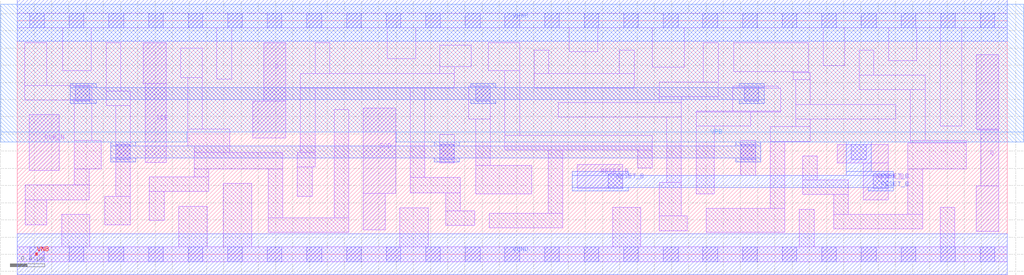
<source format=lef>
# Copyright 2020 The SkyWater PDK Authors
#
# Licensed under the Apache License, Version 2.0 (the "License");
# you may not use this file except in compliance with the License.
# You may obtain a copy of the License at
#
#     https://www.apache.org/licenses/LICENSE-2.0
#
# Unless required by applicable law or agreed to in writing, software
# distributed under the License is distributed on an "AS IS" BASIS,
# WITHOUT WARRANTIES OR CONDITIONS OF ANY KIND, either express or implied.
# See the License for the specific language governing permissions and
# limitations under the License.
#
# SPDX-License-Identifier: Apache-2.0

VERSION 5.7 ;
  NOWIREEXTENSIONATPIN ON ;
  DIVIDERCHAR "/" ;
  BUSBITCHARS "[]" ;
MACRO sky130_fd_sc_hd__sdfrtn_1
  CLASS CORE ;
  FOREIGN sky130_fd_sc_hd__sdfrtn_1 ;
  ORIGIN  0.000000  0.000000 ;
  SIZE  11.50000 BY  2.720000 ;
  SYMMETRY X Y R90 ;
  SITE unithd ;
  PIN D
    ANTENNAGATEAREA  0.144000 ;
    DIRECTION INPUT ;
    USE SIGNAL ;
    PORT
      LAYER li1 ;
        RECT 2.735000 1.355000 3.120000 1.785000 ;
        RECT 2.865000 1.785000 3.120000 2.465000 ;
    END
  END D
  PIN Q
    ANTENNADIFFAREA  0.429000 ;
    DIRECTION OUTPUT ;
    USE SIGNAL ;
    PORT
      LAYER li1 ;
        RECT 11.140000 0.265000 11.400000 0.795000 ;
        RECT 11.140000 1.460000 11.400000 2.325000 ;
        RECT 11.150000 1.445000 11.400000 1.460000 ;
        RECT 11.190000 0.795000 11.400000 1.445000 ;
    END
  END Q
  PIN RESET_B
    ANTENNAGATEAREA  0.252000 ;
    DIRECTION INPUT ;
    USE SIGNAL ;
    PORT
      LAYER li1 ;
        RECT 6.505000 0.765000 7.035000 1.045000 ;
      LAYER mcon ;
        RECT 6.865000 0.765000 7.035000 0.935000 ;
    END
    PORT
      LAYER li1 ;
        RECT 9.525000 1.065000 10.115000 1.275000 ;
        RECT 9.825000 0.635000 10.115000 1.065000 ;
      LAYER mcon ;
        RECT 9.690000 1.105000  9.860000 1.275000 ;
        RECT 9.945000 0.765000 10.115000 0.935000 ;
    END
    PORT
      LAYER met1 ;
        RECT 6.445000 0.735000  7.095000 0.780000 ;
        RECT 6.445000 0.780000 10.175000 0.920000 ;
        RECT 6.445000 0.920000  7.095000 0.965000 ;
        RECT 9.630000 0.920000 10.175000 0.965000 ;
        RECT 9.630000 0.965000  9.920000 1.305000 ;
        RECT 9.885000 0.735000 10.175000 0.780000 ;
    END
  END RESET_B
  PIN SCD
    ANTENNAGATEAREA  0.156600 ;
    DIRECTION INPUT ;
    USE SIGNAL ;
    PORT
      LAYER li1 ;
        RECT 4.020000 0.285000 4.275000 0.710000 ;
        RECT 4.020000 0.710000 4.395000 1.700000 ;
    END
  END SCD
  PIN SCE
    ANTENNAGATEAREA  0.435000 ;
    DIRECTION INPUT ;
    USE SIGNAL ;
    PORT
      LAYER li1 ;
        RECT 1.465000 1.985000 1.730000 2.465000 ;
        RECT 1.485000 1.070000 1.730000 1.985000 ;
    END
  END SCE
  PIN CLK_N
    ANTENNAGATEAREA  0.247500 ;
    DIRECTION INPUT ;
    USE CLOCK ;
    PORT
      LAYER li1 ;
        RECT 0.140000 0.975000 0.490000 1.625000 ;
    END
  END CLK_N
  PIN VGND
    DIRECTION INOUT ;
    SHAPE ABUTMENT ;
    USE GROUND ;
    PORT
      LAYER met1 ;
        RECT 0.000000 -0.240000 11.500000 0.240000 ;
    END
  END VGND
  PIN VNB
    DIRECTION INOUT ;
    USE GROUND ;
    PORT
      LAYER pwell ;
        RECT 0.215000 -0.010000 0.235000 0.015000 ;
    END
  END VNB
  PIN VPB
    DIRECTION INOUT ;
    USE POWER ;
    PORT
      LAYER nwell ;
        RECT -0.190000 1.305000  1.970000 1.425000 ;
        RECT -0.190000 1.425000 11.690000 2.910000 ;
        RECT  4.405000 1.305000 11.690000 1.425000 ;
    END
  END VPB
  PIN VPWR
    DIRECTION INOUT ;
    SHAPE ABUTMENT ;
    USE POWER ;
    PORT
      LAYER met1 ;
        RECT 0.000000 2.480000 11.500000 2.960000 ;
    END
  END VPWR
  OBS
    LAYER li1 ;
      RECT  0.000000 -0.085000 11.500000 0.085000 ;
      RECT  0.000000  2.635000 11.500000 2.805000 ;
      RECT  0.090000  1.795000  0.865000 1.965000 ;
      RECT  0.090000  1.965000  0.345000 2.465000 ;
      RECT  0.095000  0.345000  0.345000 0.635000 ;
      RECT  0.095000  0.635000  0.835000 0.805000 ;
      RECT  0.515000  0.085000  0.845000 0.465000 ;
      RECT  0.530000  2.135000  0.860000 2.635000 ;
      RECT  0.660000  0.805000  0.835000 0.995000 ;
      RECT  0.660000  0.995000  0.975000 1.325000 ;
      RECT  0.660000  1.325000  0.865000 1.795000 ;
      RECT  1.015000  0.345000  1.315000 0.675000 ;
      RECT  1.035000  1.730000  1.315000 1.900000 ;
      RECT  1.035000  1.900000  1.205000 2.465000 ;
      RECT  1.145000  0.675000  1.315000 1.730000 ;
      RECT  1.535000  0.395000  1.705000 0.730000 ;
      RECT  1.535000  0.730000  2.225000 0.900000 ;
      RECT  1.875000  0.085000  2.205000 0.560000 ;
      RECT  1.900000  2.055000  2.150000 2.400000 ;
      RECT  1.980000  1.260000  2.470000 1.455000 ;
      RECT  1.980000  1.455000  2.150000 2.055000 ;
      RECT  2.055000  0.900000  2.225000 0.995000 ;
      RECT  2.055000  0.995000  3.085000 1.185000 ;
      RECT  2.055000  1.185000  2.470000 1.260000 ;
      RECT  2.320000  2.040000  2.490000 2.635000 ;
      RECT  2.395000  0.085000  2.725000 0.825000 ;
      RECT  2.915000  0.255000  3.850000 0.425000 ;
      RECT  2.915000  0.425000  3.085000 0.995000 ;
      RECT  3.255000  0.675000  3.425000 1.015000 ;
      RECT  3.255000  1.015000  3.460000 1.185000 ;
      RECT  3.290000  1.185000  3.460000 1.935000 ;
      RECT  3.290000  1.935000  5.075000 2.105000 ;
      RECT  3.460000  2.105000  3.630000 2.465000 ;
      RECT  3.680000  0.425000  3.850000 1.685000 ;
      RECT  4.300000  2.275000  4.630000 2.635000 ;
      RECT  4.445000  0.085000  4.775000 0.540000 ;
      RECT  4.565000  0.715000  5.145000 0.895000 ;
      RECT  4.565000  0.895000  4.735000 1.935000 ;
      RECT  4.905000  1.065000  5.075000 1.395000 ;
      RECT  4.905000  2.105000  5.075000 2.185000 ;
      RECT  4.905000  2.185000  5.275000 2.435000 ;
      RECT  4.975000  0.335000  5.315000 0.505000 ;
      RECT  4.975000  0.505000  5.145000 0.715000 ;
      RECT  5.245000  1.575000  5.495000 1.955000 ;
      RECT  5.325000  0.705000  5.975000 1.035000 ;
      RECT  5.325000  1.035000  5.495000 1.575000 ;
      RECT  5.470000  2.135000  5.835000 2.465000 ;
      RECT  5.485000  0.305000  6.335000 0.475000 ;
      RECT  5.665000  1.215000  7.375000 1.385000 ;
      RECT  5.665000  1.385000  5.835000 2.135000 ;
      RECT  6.005000  1.935000  7.165000 2.105000 ;
      RECT  6.005000  2.105000  6.175000 2.375000 ;
      RECT  6.165000  0.475000  6.335000 1.215000 ;
      RECT  6.285000  1.595000  7.715000 1.765000 ;
      RECT  6.410000  2.355000  6.740000 2.635000 ;
      RECT  6.915000  0.085000  7.245000 0.545000 ;
      RECT  6.995000  2.105000  7.165000 2.375000 ;
      RECT  7.205000  1.005000  7.375000 1.215000 ;
      RECT  7.375000  2.175000  7.745000 2.635000 ;
      RECT  7.455000  0.275000  7.785000 0.445000 ;
      RECT  7.455000  0.445000  7.715000 0.835000 ;
      RECT  7.455000  1.765000  7.715000 1.835000 ;
      RECT  7.455000  1.835000  8.140000 2.005000 ;
      RECT  7.545000  0.835000  7.715000 1.595000 ;
      RECT  7.885000  0.705000  8.095000 1.495000 ;
      RECT  7.885000  1.495000  8.520000 1.655000 ;
      RECT  7.885000  1.655000  8.870000 1.665000 ;
      RECT  7.970000  2.005000  8.140000 2.465000 ;
      RECT  8.005000  0.255000  8.915000 0.535000 ;
      RECT  8.310000  1.665000  8.870000 1.935000 ;
      RECT  8.310000  1.935000  8.840000 1.955000 ;
      RECT  8.320000  2.125000  9.190000 2.465000 ;
      RECT  8.405000  0.920000  8.575000 1.325000 ;
      RECT  8.745000  0.535000  8.915000 1.315000 ;
      RECT  8.745000  1.315000  9.210000 1.485000 ;
      RECT  9.015000  2.035000  9.210000 2.115000 ;
      RECT  9.015000  2.115000  9.190000 2.125000 ;
      RECT  9.040000  1.485000  9.210000 1.575000 ;
      RECT  9.040000  1.575000 10.205000 1.745000 ;
      RECT  9.040000  1.745000  9.210000 2.035000 ;
      RECT  9.085000  0.085000  9.255000 0.525000 ;
      RECT  9.125000  0.695000  9.655000 0.865000 ;
      RECT  9.125000  0.865000  9.295000 1.145000 ;
      RECT  9.360000  2.195000  9.610000 2.635000 ;
      RECT  9.485000  0.295000 10.515000 0.465000 ;
      RECT  9.485000  0.465000  9.655000 0.695000 ;
      RECT  9.780000  1.915000 10.545000 2.085000 ;
      RECT  9.780000  2.085000  9.950000 2.375000 ;
      RECT 10.120000  2.255000 10.450000 2.635000 ;
      RECT 10.345000  0.465000 10.515000 0.995000 ;
      RECT 10.345000  0.995000 11.020000 1.295000 ;
      RECT 10.375000  1.295000 11.020000 1.325000 ;
      RECT 10.375000  1.325000 10.545000 1.915000 ;
      RECT 10.720000  0.085000 10.890000 0.545000 ;
      RECT 10.720000  1.495000 10.970000 2.635000 ;
    LAYER mcon ;
      RECT  0.145000 -0.085000  0.315000 0.085000 ;
      RECT  0.145000  2.635000  0.315000 2.805000 ;
      RECT  0.605000 -0.085000  0.775000 0.085000 ;
      RECT  0.605000  2.635000  0.775000 2.805000 ;
      RECT  0.675000  1.785000  0.845000 1.955000 ;
      RECT  1.065000 -0.085000  1.235000 0.085000 ;
      RECT  1.065000  2.635000  1.235000 2.805000 ;
      RECT  1.145000  1.105000  1.315000 1.275000 ;
      RECT  1.525000 -0.085000  1.695000 0.085000 ;
      RECT  1.525000  2.635000  1.695000 2.805000 ;
      RECT  1.985000 -0.085000  2.155000 0.085000 ;
      RECT  1.985000  2.635000  2.155000 2.805000 ;
      RECT  2.445000 -0.085000  2.615000 0.085000 ;
      RECT  2.445000  2.635000  2.615000 2.805000 ;
      RECT  2.905000 -0.085000  3.075000 0.085000 ;
      RECT  2.905000  2.635000  3.075000 2.805000 ;
      RECT  3.365000 -0.085000  3.535000 0.085000 ;
      RECT  3.365000  2.635000  3.535000 2.805000 ;
      RECT  3.825000 -0.085000  3.995000 0.085000 ;
      RECT  3.825000  2.635000  3.995000 2.805000 ;
      RECT  4.285000 -0.085000  4.455000 0.085000 ;
      RECT  4.285000  2.635000  4.455000 2.805000 ;
      RECT  4.745000 -0.085000  4.915000 0.085000 ;
      RECT  4.745000  2.635000  4.915000 2.805000 ;
      RECT  4.905000  1.105000  5.075000 1.275000 ;
      RECT  5.205000 -0.085000  5.375000 0.085000 ;
      RECT  5.205000  2.635000  5.375000 2.805000 ;
      RECT  5.325000  1.785000  5.495000 1.955000 ;
      RECT  5.665000 -0.085000  5.835000 0.085000 ;
      RECT  5.665000  2.635000  5.835000 2.805000 ;
      RECT  6.125000 -0.085000  6.295000 0.085000 ;
      RECT  6.125000  2.635000  6.295000 2.805000 ;
      RECT  6.585000 -0.085000  6.755000 0.085000 ;
      RECT  6.585000  2.635000  6.755000 2.805000 ;
      RECT  7.045000 -0.085000  7.215000 0.085000 ;
      RECT  7.045000  2.635000  7.215000 2.805000 ;
      RECT  7.505000 -0.085000  7.675000 0.085000 ;
      RECT  7.505000  2.635000  7.675000 2.805000 ;
      RECT  7.965000 -0.085000  8.135000 0.085000 ;
      RECT  7.965000  2.635000  8.135000 2.805000 ;
      RECT  8.405000  1.105000  8.575000 1.275000 ;
      RECT  8.425000 -0.085000  8.595000 0.085000 ;
      RECT  8.425000  2.635000  8.595000 2.805000 ;
      RECT  8.445000  1.785000  8.615000 1.955000 ;
      RECT  8.885000 -0.085000  9.055000 0.085000 ;
      RECT  8.885000  2.635000  9.055000 2.805000 ;
      RECT  9.345000 -0.085000  9.515000 0.085000 ;
      RECT  9.345000  2.635000  9.515000 2.805000 ;
      RECT  9.805000 -0.085000  9.975000 0.085000 ;
      RECT  9.805000  2.635000  9.975000 2.805000 ;
      RECT 10.265000 -0.085000 10.435000 0.085000 ;
      RECT 10.265000  2.635000 10.435000 2.805000 ;
      RECT 10.725000 -0.085000 10.895000 0.085000 ;
      RECT 10.725000  2.635000 10.895000 2.805000 ;
      RECT 11.185000 -0.085000 11.355000 0.085000 ;
      RECT 11.185000  2.635000 11.355000 2.805000 ;
    LAYER met1 ;
      RECT 0.615000 1.755000 0.915000 1.800000 ;
      RECT 0.615000 1.800000 8.675000 1.940000 ;
      RECT 0.615000 1.940000 0.915000 1.985000 ;
      RECT 1.085000 1.075000 1.375000 1.120000 ;
      RECT 1.085000 1.120000 8.635000 1.260000 ;
      RECT 1.085000 1.260000 1.375000 1.305000 ;
      RECT 4.845000 1.075000 5.135000 1.120000 ;
      RECT 4.845000 1.260000 5.135000 1.305000 ;
      RECT 5.265000 1.755000 5.555000 1.800000 ;
      RECT 5.265000 1.940000 5.555000 1.985000 ;
      RECT 8.345000 1.075000 8.635000 1.120000 ;
      RECT 8.345000 1.260000 8.635000 1.305000 ;
      RECT 8.385000 1.755000 8.675000 1.800000 ;
      RECT 8.385000 1.940000 8.675000 1.985000 ;
  END
END sky130_fd_sc_hd__sdfrtn_1
END LIBRARY

</source>
